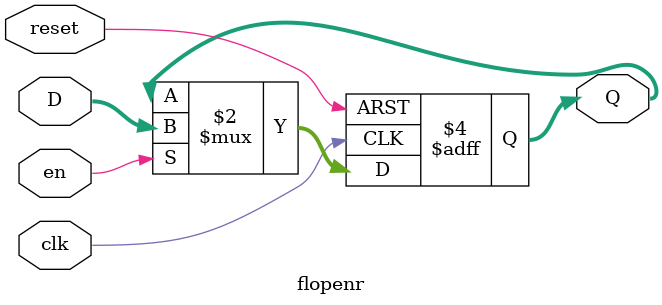
<source format=sv>
`timescale 1ns / 1ps

module flopenr # (parameter WIDTH = 8)
              (input logic clk, reset, en,
               input logic [WIDTH-1:0] D,
               output logic [WIDTH-1:0] Q);
    always_ff @ (posedge clk, posedge reset)
        if (reset)   Q <= 0;
        else if (en) Q <= D;
endmodule
</source>
